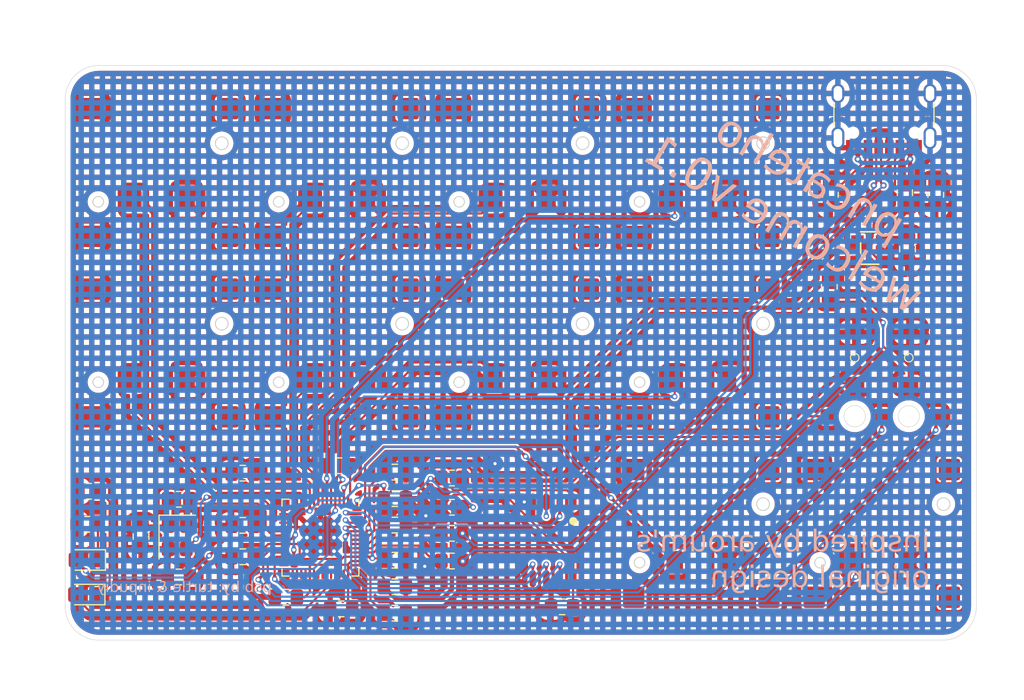
<source format=kicad_pcb>
(kicad_pcb (version 20241229) (generator "pcbnew") (generator_version "9.0")
  (layers (0 "F.Cu" signal) (2 "B.Cu" signal) (13 "F.Paste" user) (15 "B.Paste" user) (5 "F.SilkS" user "F.Silkscreen") (7 "B.SilkS" user "B.Silkscreen") (1 "F.Mask" user) (3 "B.Mask" user) (25 "Edge.Cuts" user))
  (net 0 "")
  (net 1 "R1C1")
  (net 2 "GND")
  (net 3 "R1C2")
  (net 4 "R1C3")
  (net 5 "R1C4")
  (net 6 "R2C1")
  (net 7 "R2C2")
  (net 8 "R3C4")
  (net 9 "R3C5")
  (net 10 "+5V")
  (net 13 "R2C3")
  (net 14 "R2C4")
  (net 15 "Net-(J1-CC2)")
  (net 16 "USB_D-")
  (net 17 "Net-(J1-CC1)")
  (net 18 "USB_D+")
  (net 20 "+3V3")
  (net 21 "QSPI_CS")
  (net 22 "QSPI_D3")
  (net 23 "QSPI_D1")
  (net 24 "QSPI_SCLK")
  (net 25 "QSPI_D2")
  (net 26 "QSPI_D0")
  (net 27 "Net-(F1-Pad1)")
  (net 28 "Net-(C5-Pad1)")
  (net 29 "XIN")
  (net 30 "+1V1")
  (net 31 "Net-(D1-K)")
  (net 32 "STATE_LED")
  (net 33 "Net-(D2-K)")
  (net 34 "XOUT")
  (net 35 "BOOT")
  (net 36 "Net-(U1-USB_DP)")
  (net 37 "Net-(U1-USB_DM)")
  (net 38 "~{RESET}")
  (net 53 "SWDIO")
  (net 58 "SWCLK")
  (footprint "PNCATEHO:C_0805_2012Metric_Pad1.18x1.45mm_HandSolder" (layer "F.Cu") (at 105.3 120.45 -90)
    (property "Reference" "C5")
    (property "Value" "20pF")
  )
  (footprint "PNCATEHO:TestPoint_Pad_D2.0mm" (layer "F.Cu") (at 179.96 109.15)
    (property "Reference" "TP2" (hide yes))
    (property "Value" "SWDIO")
  )
  (footprint "PNCATEHO:SW_PG1316" (layer "F.Cu") (at 107.08 86.253958)
    (property "Reference" "SW1")
    (property "Value" "~" (hide yes))
    (fp_circle (center -5.8 2.75) (end -5.3 2.75) (stroke (width 0.1)) (fill no) (layer "Edge.Cuts"))
    (fp_circle (center 5.8 -2.75) (end 6.4 -2.75) (stroke (width 0.1)) (fill no) (layer "Edge.Cuts"))
  )
  (footprint "PNCATEHO:C_0805_2012Metric_Pad1.18x1.45mm_HandSolder" (layer "F.Cu") (at 124.1 127.25 180)
    (property "Reference" "C9")
    (property "Value" "100 nF")
  )
  (footprint "PNCATEHO:R_0805_2012Metric_Pad1.20x1.40mm_HandSolder" (layer "F.Cu") (at 100.25 119.3)
    (property "Reference" "R9")
    (property "Value" "1k")
  )
  (footprint "PNCATEHO:SOT-23-5_L3.0-W1.7-P0.95-LS2.8-BL" (layer "F.Cu") (at 173.7465 93.35 90)
    (property "Reference" "U2")
    (property "Value" "RT9013-33GB" (hide yes))
  )
  (footprint "PNCATEHO:C_0805_2012Metric_Pad1.18x1.45mm_HandSolder" (layer "F.Cu") (at 177.3 93.45 -90)
    (property "Reference" "C1")
    (property "Value" "1uF")
  )
  (footprint "PNCATEHO:SW_SMD_L4_W3_H1.5" (layer "F.Cu") (at 177.42 103.65 -90)
    (property "Reference" "SW12")
    (property "Value" "~" (hide yes))
  )
  (footprint "PNCATEHO:LED_0805_2012Metric_Pad1.15x1.40mm_HandSolder" (layer "F.Cu") (at 100.05 125.9 180)
    (property "Reference" "D2")
    (property "Value" "BLUE")
  )
  (footprint "PNCATEHO:C_0805_2012Metric_Pad1.18x1.45mm_HandSolder" (layer "F.Cu") (at 129.1375 116.8875)
    (property "Reference" "C12")
    (property "Value" "100 nF")
  )
  (footprint "PNCATEHO:RP2040-QFN-56" (layer "F.Cu") (at 122.15 120.55 -90)
    (property "Reference" "U1")
    (property "Value" "RP2040")
  )
  (footprint "PNCATEHO:C_0805_2012Metric_Pad1.18x1.45mm_HandSolder" (layer "F.Cu") (at 129.1375 114.4)
    (property "Reference" "C14")
    (property "Value" "100 nF")
  )
  (footprint "PNCATEHO:C_0805_2012Metric_Pad1.18x1.45mm_HandSolder" (layer "F.Cu") (at 108.85 124.25 180)
    (property "Reference" "C4")
    (property "Value" "20pF")
  )
  (footprint "PNCATEHO:SW_PG1316" (layer "F.Cu") (at 157.93 86.253958)
    (property "Reference" "SW4")
    (property "Value" "~" (hide yes))
    (fp_circle (center -5.8 2.75) (end -5.3 2.75) (stroke (width 0.1)) (fill no) (layer "Edge.Cuts"))
    (fp_circle (center 5.8 -2.75) (end 6.4 -2.75) (stroke (width 0.1)) (fill no) (layer "Edge.Cuts"))
  )
  (footprint "PNCATEHO:Crystal_SMD_3225-4Pin_3.2x2.5mm" (layer "F.Cu") (at 108.7 120.5 -90)
    (property "Reference" "Y1")
    (property "Value" "12MHz")
  )
  (footprint "PNCATEHO:C_0805_2012Metric_Pad1.18x1.45mm_HandSolder" (layer "F.Cu") (at 114.85 122.35 180)
    (property "Reference" "C15")
    (property "Value" "100 nF")
  )
  (footprint "PNCATEHO:R_0805_2012Metric_Pad1.20x1.40mm_HandSolder" (layer "F.Cu") (at 169.95 97 90)
    (property "Reference" "R8")
    (property "Value" "10k")
  )
  (footprint "PNCATEHO:SW_PG1316" (layer "F.Cu") (at 157.93 120.153958)
    (property "Reference" "SW9")
    (property "Value" "~" (hide yes))
    (fp_circle (center -5.8 2.75) (end -5.3 2.75) (stroke (width 0.1)) (fill no) (layer "Edge.Cuts"))
    (fp_circle (center 5.8 -2.75) (end 6.4 -2.75) (stroke (width 0.1)) (fill no) (layer "Edge.Cuts"))
  )
  (footprint "PNCATEHO:C_0805_2012Metric_Pad1.18x1.45mm_HandSolder" (layer "F.Cu") (at 114.85 119.4 180)
    (property "Reference" "C6")
    (property "Value" "100 nF")
  )
  (footprint "PNCATEHO:SW_PG1316" (layer "F.Cu") (at 124.03 86.253958)
    (property "Reference" "SW2")
    (property "Value" "~" (hide yes))
    (fp_circle (center -5.8 2.75) (end -5.3 2.75) (stroke (width 0.1)) (fill no) (layer "Edge.Cuts"))
    (fp_circle (center 5.8 -2.75) (end 6.4 -2.75) (stroke (width 0.1)) (fill no) (layer "Edge.Cuts"))
  )
  (footprint "PNCATEHO:C_0805_2012Metric_Pad1.18x1.45mm_HandSolder" (layer "F.Cu") (at 129.1375 122.675)
    (property "Reference" "C16")
    (property "Value" "1uF")
  )
  (footprint "PNCATEHO:C_0805_2012Metric_Pad1.18x1.45mm_HandSolder" (layer "F.Cu") (at 123.9 113.8 180)
    (property "Reference" "C8")
    (property "Value" "100 nF")
  )
  (footprint "PNCATEHO:SW_PG1316" (layer "F.Cu") (at 107.08 103.203958)
    (property "Reference" "SW5")
    (property "Value" "~" (hide yes))
    (fp_circle (center -5.8 2.75) (end -5.3 2.75) (stroke (width 0.1)) (fill no) (layer "Edge.Cuts"))
    (fp_circle (center 5.8 -2.75) (end 6.4 -2.75) (stroke (width 0.1)) (fill no) (layer "Edge.Cuts"))
  )
  (footprint "PNCATEHO:C_0805_2012Metric_Pad1.18x1.45mm_HandSolder" (layer "F.Cu") (at 129.1375 125.1625)
    (property "Reference" "C13")
    (property "Value" "1uF")
  )
  (footprint "PNCATEHO:USB_C_Receptacle_TYPE-C-31-M-12" (layer "F.Cu") (at 175.085 79.87896 180)
    (property "Reference" "J1" (hide yes))
    (property "Value" "USB_C_Receptacle_USB2.0" (hide yes))
  )
  (footprint "PNCATEHO:SW_PG1316" (layer "F.Cu") (at 140.98 103.203958)
    (property "Reference" "SW7")
    (property "Value" "~" (hide yes))
    (fp_circle (center -5.8 2.75) (end -5.3 2.75) (stroke (width 0.1)) (fill no) (layer "Edge.Cuts"))
    (fp_circle (center 5.8 -2.75) (end 6.4 -2.75) (stroke (width 0.1)) (fill no) (layer "Edge.Cuts"))
  )
  (footprint "PNCATEHO:C_0805_2012Metric_Pad1.18x1.45mm_HandSolder" (layer "F.Cu") (at 144.85 127.05 180)
    (property "Reference" "C3")
    (property "Value" "100 nF")
  )
  (footprint "PNCATEHO:C_0805_2012Metric_Pad1.18x1.45mm_HandSolder" (layer "F.Cu") (at 114.85 114.5 180)
    (property "Reference" "C7")
    (property "Value" "100 nF")
  )
  (footprint "PNCATEHO:SW_PG1316" (layer "F.Cu") (at 157.93 103.203958)
    (property "Reference" "SW8")
    (property "Value" "~" (hide yes))
    (fp_circle (center -5.8 2.75) (end -5.3 2.75) (stroke (width 0.1)) (fill no) (layer "Edge.Cuts"))
    (fp_circle (center 5.8 -2.75) (end 6.4 -2.75) (stroke (width 0.1)) (fill no) (layer "Edge.Cuts"))
  )
  (footprint "PNCATEHO:SW_PG1316" (layer "F.Cu") (at 174.88 120.153958)
    (property "Reference" "SW10")
    (property "Value" "~" (hide yes))
    (fp_circle (center -5.8 2.75) (end -5.3 2.75) (stroke (width 0.1)) (fill no) (layer "Edge.Cuts"))
    (fp_circle (center 5.8 -2.75) (end 6.4 -2.75) (stroke (width 0.1)) (fill no) (layer "Edge.Cuts"))
  )
  (footprint "PNCATEHO:R_0805_2012Metric_Pad1.20x1.40mm_HandSolder" (layer "F.Cu") (at 100.4 116.2)
    (property "Reference" "R10")
    (property "Value" "1k")
  )
  (footprint "PNCATEHO:R_0805_2012Metric_Pad1.20x1.40mm_HandSolder" (layer "F.Cu") (at 179.95 88.35 -90)
    (property "Reference" "R1")
    (property "Value" "5.1k")
  )
  (footprint "PNCATEHO:R_0805_2012Metric_Pad1.20x1.40mm_HandSolder" (layer "F.Cu") (at 134.5 120.15 180)
    (property "Reference" "R6")
    (property "Value" "27")
  )
  (footprint "PNCATEHO:C_0805_2012Metric_Pad1.18x1.45mm_HandSolder" (layer "F.Cu") (at 129.1375 119.375)
    (property "Reference" "C11")
    (property "Value" "100 nF")
  )
  (footprint "PNCATEHO:C_0805_2012Metric_Pad1.18x1.45mm_HandSolder" (layer "F.Cu") (at 129.1375 127.65)
    (property "Reference" "C2")
    (property "Value" "1uF")
  )
  (footprint "PNCATEHO:C_0805_2012Metric_Pad1.18x1.45mm_HandSolder" (layer "F.Cu") (at 118.9 126.15 180)
    (property "Reference" "C10")
    (property "Value" "100 nF")
  )
  (footprint "PNCATEHO:SW_PG1316" (layer "F.Cu") (at 140.98 86.253958)
    (property "Reference" "SW3")
    (property "Value" "~" (hide yes))
    (fp_circle (center -5.8 2.75) (end -5.3 2.75) (stroke (width 0.1)) (fill no) (layer "Edge.Cuts"))
    (fp_circle (center 5.8 -2.75) (end 6.4 -2.75) (stroke (width 0.1)) (fill no) (layer "Edge.Cuts"))
  )
  (footprint "PNCATEHO:TestPoint_Pad_D2.0mm" (layer "F.Cu") (at 174.88 109.15)
    (property "Reference" "TP3" (hide yes))
    (property "Value" "SWCLK")
  )
  (footprint "PNCATEHO:R_0805_2012Metric_Pad1.20x1.40mm_HandSolder" (layer "F.Cu") (at 108.85 116.95)
    (property "Reference" "R3")
    (property "Value" "1k")
  )
  (footprint "PNCATEHO:LED_0805_2012Metric_Pad1.15x1.40mm_HandSolder" (layer "F.Cu") (at 100.1 122.65 180)
    (property "Reference" "D1")
    (property "Value" "RED")
  )
  (footprint "PNCATEHO:R_0805_2012Metric_Pad1.20x1.40mm_HandSolder" (layer "F.Cu") (at 134.5 122.75 180)
    (property "Reference" "R7")
    (property "Value" "27")
  )
  (footprint "PNCATEHO:SW_SMD_L4_W3_H1.5" (layer "F.Cu") (at 172.34 103.65 -90)
    (property "Reference" "SW11")
    (property "Value" "~" (hide yes))
  )
  (footprint "PNCATEHO:R_0805_2012Metric_Pad1.20x1.40mm_HandSolder" (layer "F.Cu") (at 170.05 88.35 -90)
    (property "Reference" "R2")
    (property "Value" "5.1k")
  )
  (footprint "PNCATEHO:Fuse_0805_2012Metric" (layer "F.Cu") (at 177.05 88.15 -90)
    (property "Reference" "F1" (hide yes))
    (property "Value" "0.5А 6V")
  )
  (footprint "PNCATEHO:R_0805_2012Metric_Pad1.20x1.40mm_HandSolder" (layer "F.Cu") (at 134.5 114.95)
    (property "Reference" "R4")
    (property "Value" "1k")
  )
  (footprint "PNCATEHO:R_0805_2012Metric_Pad1.20x1.40mm_HandSolder" (layer "F.Cu") (at 134.5 117.7 180)
    (property "Reference" "R5")
    (property "Value" "10k")
  )
  (footprint "PNCATEHO:SW_PG1316" (layer "F.Cu") (at 124.03 103.203958)
    (property "Reference" "SW6")
    (property "Value" "~" (hide yes))
    (fp_circle (center -5.8 2.75) (end -5.3 2.75) (stroke (width 0.1)) (fill no) (layer "Edge.Cuts"))
    (fp_circle (center 5.8 -2.75) (end 6.4 -2.75) (stroke (width 0.1)) (fill no) (layer "Edge.Cuts"))
  )
  (footprint "PNCATEHO:TestPoint_Pad_D2.0mm" (layer "F.Cu") (at 169.8 109.153958)
    (property "Reference" "TP1" (hide yes))
    (property "Value" "Boot")
  )
  (footprint "PNCATEHO:SOIC127P790X216-8N" (layer "F.Cu") (at 144 120.8 -90)
    (property "Reference" "U3")
    (property "Value" "W25Q32JVSSIQ" (hide yes))
  )
  (gr_line (start 183.77 79.379) (end 183.77 127.004) (stroke (width 0.05)) (layer "Edge.Cuts"))
  (gr_arc (start 101.347 130.179) (mid 99.101936 129.249064) (end 98.172 127.004) (stroke (width 0.05)) (layer "Edge.Cuts"))
  (gr_arc (start 98.172 79.379) (mid 99.101936 77.133936) (end 101.347 76.204) (stroke (width 0.05)) (layer "Edge.Cuts"))
  (gr_arc (start 180.595 76.204) (mid 182.840064 77.133936) (end 183.77 79.379) (stroke (width 0.05)) (layer "Edge.Cuts"))
  (gr_arc (start 183.77 127.004) (mid 182.840064 129.249064) (end 180.595 130.179) (stroke (width 0.05)) (layer "Edge.Cuts"))
  (gr_line (start 180.595 130.179) (end 101.347 130.179) (stroke (width 0.05)) (layer "Edge.Cuts"))
  (gr_line (start 98.172 127.004) (end 98.172 79.379) (stroke (width 0.05)) (layer "Edge.Cuts"))
  (gr_circle (center 177.42 109.15) (end 178.42 109.15) (stroke (width 0.05)) (fill no) (layer "Edge.Cuts"))
  (gr_circle (center 172.34 109.15) (end 173.34 109.15) (stroke (width 0.05)) (fill no) (layer "Edge.Cuts"))
  (gr_line (start 101.347 76.204) (end 180.595 76.204) (stroke (width 0.05)) (layer "Edge.Cuts"))
  (gr_text "pncateho\nwelcome v0.1" (at 164.68 92.753958 330) (layer "B.SilkS") (effects (font (size 3 3) (thickness 0.125)) (justify bottom mirror)))
  (gr_text "inspired by aroum's \noriginal design" (at 179.39 125.54 0) (layer "B.SilkS") (effects (font (size 2 2) (thickness 0.125)) (justify left bottom mirror)))
  (gr_text "pcb by: turtle & inpudiy" (at 117.58 125.82633 0) (layer "B.SilkS") (effects (font (size 1 1) (thickness 0.125)) (justify left bottom mirror)))
  (segment (start 120.75 116.25) (end 120.75 117.1125) (width 0.2) (layer "F.Cu") (net 1))
  (segment (start 120.449 115.949) (end 120.75 116.25) (width 0.2) (layer "F.Cu") (net 1))
  (segment (start 105.95 90.273958) (end 105.95 109.6) (width 0.2) (layer "F.Cu") (net 1))
  (segment (start 112.299 115.949) (end 120.449 115.949) (width 0.2) (layer "F.Cu") (net 1))
  (segment (start 105.95 109.6) (end 112.299 115.949) (width 0.2) (layer "F.Cu") (net 1))
  (segment (start 104.58 88.903958) (end 105.95 90.273958) (width 0.2) (layer "F.Cu") (net 1))
  (segment (start 130.4375 116.8875) (end 130.175 116.8875) (width 0.4) (layer "F.Cu") (net 2))
  (segment (start 120.6 119.55) (end 120.875 119.275) (width 0.2) (layer "F.Cu") (net 2))
  (segment (start 131.875 112.7) (end 130.175 114.4) (width 0.4) (layer "F.Cu") (net 2))
  (segment (start 174.9 93.35) (end 176.1625 93.35) (width 0.2) (layer "F.Cu") (net 2))
  (segment (start 176.1625 93.35) (end 177.3 94.4875) (width 0.2) (layer "F.Cu") (net 2))
  (segment (start 130.175 114.375) (end 130.175 114.4) (width 0.2) (layer "F.Cu") (net 2))
  (segment (start 131.375 122.675) (end 131.95 123.25) (width 0.4) (layer "F.Cu") (net 2))
  (segment (start 137.65 112.7) (end 131.875 112.7) (width 0.4) (layer "F.Cu") (net 2))
  (segment (start 132.05 118.5) (end 130.4375 116.8875) (width 0.4) (layer "F.Cu") (net 2))
  (segment (start 142.095 117.2) (end 141.3 117.2) (width 0.2) (layer "F.Cu") (net 2))
  (segment (start 118.7125 119.55) (end 120.6 119.55) (width 0.2) (layer "F.Cu") (net 2))
  (segment (start 142.0125 117.1175) (end 142.095 117.2) (width 0.2) (layer "F.Cu") (net 2))
  (segment (start 130.175 116.8875) (end 130.175 119.375) (width 0.4) (layer "F.Cu") (net 2))
  (segment (start 138.55 113.6) (end 137.65 112.7) (width 0.4) (layer "F.Cu") (net 2))
  (segment (start 130.175 114.325) (end 130.175 114.4) (width 0.2) (layer "F.Cu") (net 2))
  (segment (start 130.175 122.675) (end 131.375 122.675) (width 0.4) (layer "F.Cu") (net 2))
  (via micro (at 138.55 113.6) (size 0.5) (drill 0.3) (layers "F.Cu" "B.Cu") (net 2))
  (via micro (at 132.05 118.5) (size 0.5) (drill 0.3) (layers "F.Cu" "B.Cu") (net 2))
  (via micro (at 131.95 123.25) (size 0.5) (drill 0.3) (layers "F.Cu" "B.Cu") (net 2))
  (via micro (at 141.3 117.2) (size 0.5) (drill 0.3) (layers "F.Cu" "B.Cu") (net 2))
  (segment (start 140 118.5) (end 141.3 117.2) (width 0.4) (layer "B.Cu") (net 2))
  (segment (start 132.05 118.5) (end 140 118.5) (width 0.4) (layer "B.Cu") (net 2))
  (segment (start 121.53 88.903958) (end 119.331 91.102958) (width 0.2) (layer "F.Cu") (net 3))
  (segment (start 119.331 113.581) (end 121.55 115.8) (width 0.2) (layer "F.Cu") (net 3))
  (segment (start 119.331 91.102958) (end 119.331 113.581) (width 0.2) (layer "F.Cu") (net 3))
  (segment (start 121.55 115.8) (end 121.55 117.1125) (width 0.2) (layer "F.Cu") (net 3))
  (segment (start 120.35 110.2) (end 120.35 113.3829) (width 0.2) (layer "F.Cu") (net 4))
  (segment (start 122.35 115.3829) (end 122.35 117.1125) (width 0.2) (layer "F.Cu") (net 4))
  (segment (start 138.48 88.903958) (end 137.279 90.104958) (width 0.2) (layer "F.Cu") (net 4))
  (segment (start 137.279 90.104958) (end 128.745042 90.104958) (width 0.2) (layer "F.Cu") (net 4))
  (segment (start 128.745042 90.104958) (end 123.9 94.95) (width 0.2) (layer "F.Cu") (net 4))
  (segment (start 123.9 106.65) (end 120.35 110.2) (width 0.2) (layer "F.Cu") (net 4))
  (segment (start 123.9 94.95) (end 123.9 106.65) (width 0.2) (layer "F.Cu") (net 4))
  (segment (start 120.35 113.3829) (end 122.35 115.3829) (width 0.2) (layer "F.Cu") (net 4))
  (segment (start 155.43 90.47) (end 155.43 90.35) (width 0.2) (layer "F.Cu") (net 5))
  (segment (start 122.75 115.005325) (end 122.748523 115.003848) (width 0.2) (layer "F.Cu") (net 5))
  (segment (start 122.75 117.1125) (end 122.75 115.005325) (width 0.2) (layer "F.Cu") (net 5))
  (segment (start 155.43 90.35) (end 155.43 88.903958) (width 0.2) (layer "F.Cu") (net 5))
  (segment (start 155.4 90.5) (end 155.43 90.47) (width 0.2) (layer "F.Cu") (net 5))
  (via micro (at 122.748523 115.003848) (size 0.5) (drill 0.3) (layers "F.Cu" "B.Cu") (net 5))
  (via micro (at 155.43 90.35) (size 0.5) (drill 0.3) (layers "F.Cu" "B.Cu") (net 5))
  (segment (start 122.748523 109.233906) (end 141.632429 90.35) (width 0.2) (layer "B.Cu") (net 5))
  (segment (start 141.632429 90.35) (end 155.43 90.35) (width 0.2) (layer "B.Cu") (net 5))
  (segment (start 122.748523 115.003848) (end 122.748523 109.233906) (width 0.2) (layer "B.Cu") (net 5))
  (segment (start 120.25 116.35) (end 112.05 116.35) (width 0.2) (layer "F.Cu") (net 6))
  (segment (start 120.35 116.45) (end 120.25 116.35) (width 0.2) (layer "F.Cu") (net 6))
  (segment (start 112.05 116.35) (end 104.58 108.88) (width 0.2) (layer "F.Cu") (net 6))
  (segment (start 104.58 108.88) (end 104.58 105.853958) (width 0.2) (layer "F.Cu") (net 6))
  (segment (start 120.35 117.1125) (end 120.35 116.45) (width 0.2) (layer "F.Cu") (net 6))
  (segment (start 119.95 107.433958) (end 119.95 113.55) (width 0.2) (layer "F.Cu") (net 7))
  (segment (start 119.95 113.55) (end 121.95 115.55) (width 0.2) (layer "F.Cu") (net 7))
  (segment (start 121.95 115.55) (end 121.95 117.1125) (width 0.2) (layer "F.Cu") (net 7))
  (segment (start 121.53 105.853958) (end 119.95 107.433958) (width 0.2) (layer "F.Cu") (net 7))
  (segment (start 124.35 115.85) (end 124.35 117.1125) (width 0.2) (layer "F.Cu") (net 8))
  (segment (start 149.45 116.823958) (end 155.43 122.803958) (width 0.2) (layer "F.Cu") (net 8))
  (via micro (at 149.45 116.823958) (size 0.5) (drill 0.3) (layers "F.Cu" "B.Cu") (net 8))
  (via micro (at 124.35 115.85) (size 0.5) (drill 0.3) (layers "F.Cu" "B.Cu") (net 8))
  (segment (start 128.15 112.05) (end 124.35 115.85) (width 0.2) (layer "B.Cu") (net 8))
  (segment (start 149.45 116.823958) (end 144.676042 112.05) (width 0.2) (layer "B.Cu") (net 8))
  (segment (start 144.676042 112.05) (end 128.15 112.05) (width 0.2) (layer "B.Cu") (net 8))
  (segment (start 123.55 118.006954) (end 123.55 117.1125) (width 0.2) (layer "F.Cu") (net 9))
  (segment (start 172.4 124.4) (end 172.43 124.37) (width 0.2) (layer "F.Cu") (net 9))
  (segment (start 172.43 124.25) (end 172.43 122.803958) (width 0.2) (layer "F.Cu") (net 9))
  (segment (start 172.43 124.37) (end 172.43 124.25) (width 0.2) (layer "F.Cu") (net 9))
  (via micro (at 172.43 124.25) (size 0.5) (drill 0.3) (layers "F.Cu" "B.Cu") (net 9))
  (via micro (at 123.560362 118.016201) (size 0.5) (drill 0.3) (layers "F.Cu" "B.Cu") (net 9))
  (segment (start 116.45 123.5) (end 115.749 124.201) (width 0.2) (layer "B.Cu") (net 9))
  (segment (start 115.749 125.50605) (end 117.14695 126.904) (width 0.2) (layer "B.Cu") (net 9))
  (segment (start 122.8 122.2) (end 121.5 123.5) (width 0.2) (layer "B.Cu") (net 9))
  (segment (start 122.8 118.776563) (end 122.8 122.2) (width 0.2) (layer "B.Cu") (net 9))
  (segment (start 123.028232 118.551) (end 123.025563 118.551) (width 0.2) (layer "B.Cu") (net 9))
  (segment (start 169.776 126.904) (end 172.43 124.25) (width 0.2) (layer "B.Cu") (net 9))
  (segment (start 123.351 118.228232) (end 123.028232 118.551) (width 0.2) (layer "B.Cu") (net 9))
  (segment (start 117.14695 126.904) (end 169.776 126.904) (width 0.2) (layer "B.Cu") (net 9))
  (segment (start 121.5 123.5) (end 116.45 123.5) (width 0.2) (layer "B.Cu") (net 9))
  (segment (start 115.749 124.201) (end 115.749 125.50605) (width 0.2) (layer "B.Cu") (net 9))
  (segment (start 123.560362 118.016201) (end 123.351 118.225563) (width 0.2) (layer "B.Cu") (net 9))
  (segment (start 123.025563 118.551) (end 122.8 118.776563) (width 0.2) (layer "B.Cu") (net 9))
  (segment (start 123.351 118.225563) (end 123.351 118.228232) (width 0.2) (layer "B.Cu") (net 9))
  (segment (start 177.2875 92.4) (end 177.3 92.4125) (width 0.2) (layer "F.Cu") (net 10))
  (segment (start 173.9 93.7755) (end 173.9 93) (width 0.2) (layer "F.Cu") (net 10))
  (segment (start 174.9 91.2375) (end 174.9 92.4) (width 0.4) (layer "F.Cu") (net 10))
  (segment (start 174.4245 94.3) (end 173.9 93.7755) (width 0.2) (layer "F.Cu") (net 10))
  (segment (start 177.05 89.0875) (end 174.9 91.2375) (width 0.4) (layer "F.Cu") (net 10))
  (segment (start 174.5 92.4) (end 174.9 92.4) (width 0.2) (layer "F.Cu") (net 10))
  (segment (start 173.9 93) (end 174.5 92.4) (width 0.2) (layer "F.Cu") (net 10))
  (segment (start 174.9 94.3) (end 174.4245 94.3) (width 0.2) (layer "F.Cu") (net 10))
  (segment (start 174.9 92.4) (end 177.2875 92.4) (width 0.4) (layer "F.Cu") (net 10))
  (segment (start 123.699 114.871768) (end 124 114.570768) (width 0.2) (layer "F.Cu") (net 13))
  (segment (start 123.15 115.625) (end 123.699 115.076) (width 0.2) (layer "F.Cu") (net 13))
  (segment (start 130.9 104.5) (end 137.126042 104.5) (width 0.2) (layer "F.Cu") (net 13))
  (segment (start 124 114.570768) (end 124 111.4) (width 0.2) (layer "F.Cu") (net 13))
  (segment (start 124 111.4) (end 130.9 104.5) (width 0.2) (layer "F.Cu") (net 13))
  (segment (start 123.699 115.076) (end 123.699 114.871768) (width 0.2) (layer "F.Cu") (net 13))
  (segment (start 137.126042 104.5) (end 138.48 105.853958) (width 0.2) (layer "F.Cu") (net 13))
  (segment (start 123.15 117.1125) (end 123.15 115.625) (width 0.2) (layer "F.Cu") (net 13))
  (segment (start 155.43 107.3) (end 155.43 105.853958) (width 0.2) (layer "F.Cu") (net 14))
  (segment (start 123.8 115.55) (end 123.8 116.3) (width 0.2) (layer "F.Cu") (net 14))
  (segment (start 123.95002 117.11248) (end 123.95 117.1125) (width 0.2) (layer "F.Cu") (net 14))
  (segment (start 123.8 116.3) (end 123.95 116.45) (width 0.2) (layer "F.Cu") (net 14))
  (segment (start 155.43 107.42) (end 155.43 107.3) (width 0.2) (layer "F.Cu") (net 14))
  (segment (start 124.25 115.1) (end 123.8 115.55) (width 0.2) (layer "F.Cu") (net 14))
  (segment (start 123.95 116.45) (end 123.95 117.1125) (width 0.2) (layer "F.Cu") (net 14))
  (segment (start 155.4 107.45) (end 155.43 107.42) (width 0.2) (layer "F.Cu") (net 14))
  (via micro (at 155.43 107.3) (size 0.5) (drill 0.3) (layers "F.Cu" "B.Cu") (net 14))
  (via micro (at 124.25 115.1) (size 0.5) (drill 0.3) (layers "F.Cu" "B.Cu") (net 14))
  (segment (start 123.8 109.75) (end 126.25 107.3) (width 0.2) (layer "B.Cu") (net 14))
  (segment (start 123.8 114.65) (end 123.8 109.75) (width 0.2) (layer "B.Cu") (net 14))
  (segment (start 126.25 107.3) (end 155.43 107.3) (width 0.2) (layer "B.Cu") (net 14))
  (segment (start 124.25 115.1) (end 123.8 114.65) (width 0.2) (layer "B.Cu") (net 14))
  (segment (start 173.335 83.92396) (end 173.335 85.144943) (width 0.2) (layer "F.Cu") (net 15))
  (segment (start 171.129943 87.35) (end 170.05 87.35) (width 0.2) (layer "F.Cu") (net 15))
  (segment (start 173.335 85.144943) (end 171.129943 87.35) (width 0.2) (layer "F.Cu") (net 15))
  (segment (start 175.835 84.7379) (end 174.8629 85.71) (width 0.2) (layer "F.Cu") (net 16))
  (segment (start 135.52 122.77) (end 135.5 122.75) (width 0.2) (layer "F.Cu") (net 16))
  (segment (start 174.810001 83.948959) (end 174.810001 85.71) (width 0.2) (layer "F.Cu") (net 16))
  (segment (start 174.8629 85.71) (end 174.810001 85.71) (width 0.2) (layer "F.Cu") (net 16))
  (segment (start 174.810001 87.240001) (end 175.04 87.47) (width 0.2) (layer "F.Cu") (net 16))
  (segment (start 174.810001 85.71) (end 174.810001 87.240001) (width 0.2) (layer "F.Cu") (net 16))
  (segment (start 175.835 83.92396) (end 175.835 84.7379) (width 0.2) (layer "F.Cu") (net 16))
  (segment (start 174.835 83.92396) (end 174.810001 83.948959) (width 0.2) (layer "F.Cu") (net 16))
  (segment (start 174.835 83.92396) (end 174.85 83.93896) (width 0.2) (layer "F.Cu") (net 16))
  (via micro (at 135.52 122.77) (size 0.6) (drill 0.3) (layers "F.Cu" "B.Cu") (net 16))
  (via micro (at 175.04 87.47) (size 0.6) (drill 0.3) (layers "F.Cu" "B.Cu") (net 16))
  (segment (start 162.529 105.160558) (end 145.994557 121.695001) (width 0.2) (layer "B.Cu") (net 16))
  (segment (start 175.04 87.47) (end 163.257042 99.252958) (width 0.2) (layer "B.Cu") (net 16))
  (segment (start 136.594999 121.695001) (end 135.52 122.77) (width 0.2) (layer "B.Cu") (net 16))
  (segment (start 145.994557 121.695001) (end 136.594999 121.695001) (width 0.2) (layer "B.Cu") (net 16))
  (segment (start 162.529 99.956487) (end 162.529 105.160558) (width 0.2) (layer "B.Cu") (net 16))
  (segment (start 163.257042 99.252958) (end 163.232529 99.252958) (width 0.2) (layer "B.Cu") (net 16))
  (segment (start 163.232529 99.252958) (end 162.529 99.956487) (width 0.2) (layer "B.Cu") (net 16))
  (segment (start 176.390348 87.931) (end 176.119 87.659652) (width 0.2) (layer "F.Cu") (net 17))
  (segment (start 179.95 87.35) (end 179.369 87.931) (width 0.2) (layer "F.Cu") (net 17))
  (segment (start 176.119 87.659652) (end 176.119 85.021) (width 0.2) (layer "F.Cu") (net 17))
  (segment (start 179.369 87.931) (end 176.390348 87.931) (width 0.2) (layer "F.Cu") (net 17))
  (segment (start 176.335 84.805) (end 176.335 83.92396) (width 0.2) (layer "F.Cu") (net 17))
  (segment (start 176.119 85.021) (end 176.335 84.805) (width 0.2) (layer "F.Cu") (net 17))
  (segment (start 175.335 83.92396) (end 175.335 82.94696) (width 0.2) (layer "F.Cu") (net 18))
  (segment (start 174.384 82.89796) (end 174.335 82.94696) (width 0.2) (layer "F.Cu") (net 18))
  (segment (start 175.335 82.94696) (end 175.286 82.89796) (width 0.2) (layer "F.Cu") (net 18))
  (segment (start 174.359999 87.240001) (end 174.13 87.47) (width 0.2) (layer "F.Cu") (net 18))
  (segment (start 174.359999 83.948959) (end 174.359999 87.240001) (width 0.2) (layer "F.Cu") (net 18))
  (segment (start 175.286 82.89796) (end 174.384 82.89796) (width 0.2) (layer "F.Cu") (net 18))
  (segment (start 174.335 83.92396) (end 174.359999 83.948959) (width 0.2) (layer "F.Cu") (net 18))
  (segment (start 174.335 82.94696) (end 174.335 83.92396) (width 0.2) (layer "F.Cu") (net 18))
  (via micro (at 135.5 120.15) (size 0.6) (drill 0.3) (layers "F.Cu" "B.Cu") (net 18))
  (via micro (at 174.13 87.47) (size 0.6) (drill 0.3) (layers "F.Cu" "B.Cu") (net 18))
  (segment (start 136.594999 121.244999) (end 135.5 120.15) (width 0.2) (layer "B.Cu") (net 18))
  (segment (start 162.07902 99.794583) (end 162.07902 104.97417) (width 0.2) (layer "B.Cu") (net 18))
  (segment (start 145.808191 121.244999) (end 136.594999 121.244999) (width 0.2) (layer "B.Cu") (net 18))
  (segment (start 174.13 87.47) (end 174.13 87.743603) (width 0.2) (layer "B.Cu") (net 18))
  (segment (start 162.07902 104.97417) (end 145.808191 121.244999) (width 0.2) (layer "B.Cu") (net 18))
  (segment (start 174.13 87.743603) (end 162.07902 99.794583) (width 0.2) (layer "B.Cu") (net 18))
  (segment (start 121.15 116.05) (end 120.6 115.5) (width 0.2) (layer "F.Cu") (net 20))
  (segment (start 138.098 115.198) (end 136.3 113.4) (width 0.4) (layer "F.Cu") (net 20))
  (segment (start 125.05 122.75) (end 124.75 123.05) (width 0.2) (layer "F.Cu") (net 20))
  (segment (start 124.75 123.9875) (end 124.75 126.8625) (width 0.2) (layer "F.Cu") (net 20))
  (segment (start 125.5875 123.15) (end 125.1 123.15) (width 0.2) (layer "F.Cu") (net 20))
  (segment (start 119.35 120.75) (end 118.7125 120.75) (width 0.2) (layer "F.Cu") (net 20))
  (segment (start 124.75 126.8625) (end 125.1375 127.25) (width 0.2) (layer "F.Cu") (net 20))
  (segment (start 119.9375 126.15) (end 120.6625 126.15) (width 0.2) (layer "F.Cu") (net 20))
  (segment (start 119.65 122.373133) (end 120.377867 123.101) (width 0.2) (layer "F.Cu") (net 20))
  (segment (start 116.8875 115.5) (end 115.8875 114.5) (width 0.2) (layer "F.Cu") (net 20))
  (segment (start 111.7 122.25) (end 113.2 120.75) (width 0.2) (layer "F.Cu") (net 20))
  (segment (start 126.35 120.75) (end 125.5875 120.75) (width 0.2) (layer "F.Cu") (net 20))
  (segment (start 124.699 123.101) (end 125.05 122.75) (width 0.2) (layer "F.Cu") (net 20))
  (segment (start 124.75 123.05) (end 124.75 123.9875) (width 0.2) (layer "F.Cu") (net 20))
  (segment (start 133.5 117.7) (end 134.7 116.5) (width 0.2) (layer "F.Cu") (net 20))
  (segment (start 139.45 116.5) (end 145.905 122.955) (width 0.2) (layer "F.Cu") (net 20))
  (segment (start 128.1 116.8875) (end 128.1 115.65) (width 0.2) (layer "F.Cu") (net 20))
  (segment (start 145.35 114.2) (end 144.352 115.198) (width 0.4) (layer "F.Cu") (net 20))
  (segment (start 129.2875 115.7) (end 131.5 115.7) (width 0.2) (layer "F.Cu") (net 20))
  (segment (start 128.1 124.35) (end 126.5 122.75) (width 0.2) (layer "F.Cu") (net 20))
  (segment (start 128.1 127.2125) (end 128.2125 127.325) (width 0.2) (layer "F.Cu") (net 20))
  (segment (start 124.699 123.101) (end 124.75 123.05) (width 0.2) (layer "F.Cu") (net 20))
  (segment (start 131.5 115.7) (end 133.5 117.7) (width 0.2) (layer "F.Cu") (net 20))
  (segment (start 120.377867 123.101) (end 121.15 123.101) (width 0.2) (layer "F.Cu") (net 20))
  (segment (start 120.6 115.5) (end 116.8875 115.5) (width 0.2) (layer "F.Cu") (net 20))
  (segment (start 133.5 117.7) (end 133.2 118) (width 0.2) (layer "F.Cu") (net 20))
  (segment (start 125.5875 120.75) (end 125.05 120.75) (width 0.2) (layer "F.Cu") (net 20))
  (segment (start 125.05 120.75) (end 125.05 121.15) (width 0.2) (layer "F.Cu") (net 20))
  (segment (start 126.05 123.15) (end 126.85 123.95) (width 0.2) (layer "F.Cu") (net 20))
  (segment (start 134.5 125.4) (end 134.5 118.7) (width 0.4) (layer "F.Cu") (net 20))
  (segment (start 153.8 98.95) (end 145.35 107.4) (width 0.4) (layer "F.Cu") (net 20))
  (segment (start 126.5 122.75) (end 125.5875 122.75) (width 0.2) (layer "F.Cu") (net 20))
  (segment (start 119.65 121.7) (end 119.65 122.373133) (width 0.2) (layer "F.Cu") (net 20))
  (segment (start 121.15 123.9875) (end 121.15 123.101) (width 0.2) (layer "F.Cu") (net 20))
  (segment (start 121.15 125.6625) (end 121.15 123.9875) (width 0.2) (layer "F.Cu") (net 20))
  (segment (start 129.3375 126.4) (end 133.5 126.4) (width 0.4) (layer "F.Cu") (net 20))
  (segment (start 134.7 116.5) (end 139.45 116.5) (width 0.2) (layer "F.Cu") (net 20))
  (segment (start 127.2 117.7875) (end 127.2 119.9) (width 0.2) (layer "F.Cu") (net 20))
  (segment (start 133.5 126.4) (end 134.5 125.4) (width 0.4) (layer "F.Cu") (net 20))
  (segment (start 125.1 123.15) (end 124.75 123.5) (width 0.2) (layer "F.Cu") (net 20))
  (segment (start 145.8875 124.4175) (end 145.905 124.4) (width 0.2) (layer "F.Cu") (net 20))
  (segment (start 136.3 113.4) (end 132.7 113.4) (width 0.4) (layer "F.Cu") (net 20))
  (segment (start 124.75 113.9875) (end 124.9375 113.8) (width 0.2) (layer "F.Cu") (net 20))
  (segment (start 117.2375 120.75) (end 118.7125 120.75) (width 0.2) (layer "F.Cu") (net 20))
  (segment (start 128.1 116.8875) (end 129.2875 115.7) (width 0.2) (layer "F.Cu") (net 20))
  (segment (start 169.95 95.1) (end 170.75 94.3) (width 0.4) (layer "F.Cu") (net 20))
  (segment (start 121.15 117.1125) (end 121.15 118.05) (width 0.2) (layer "F.Cu") (net 20))
  (segment (start 113.2 120.75) (end 118.7125 120.75) (width 0.2) (layer "F.Cu") (net 20))
  (segment (start 115.8875 119.4) (end 117.2375 120.75) (width 0.2) (layer "F.Cu") (net 20))
  (segment (start 120.6625 126.15) (end 121.15 125.6625) (width 0.2) (layer "F.Cu") (net 20))
  (segment (start 128.1 116.8875) (end 127.2 117.7875) (width 0.2) (layer "F.Cu") (net 20))
  (segment (start 144.352 115.198) (end 138.098 115.198) (width 0.4) (layer "F.Cu") (net 20))
  (segment (start 126.85 123.95) (end 126.85 126.4) (width 0.2) (layer "F.Cu") (net 20))
  (segment (start 145.905 122.955) (end 145.905 124.4) (width 0.2) (layer "F.Cu") (net 20))
  (segment (start 125.5875 122.75) (end 125.05 122.75) (width 0.2) (layer "F.Cu") (net 20))
  (segment (start 169.95 96) (end 167 98.95) (width 0.4) (layer "F.Cu") (net 20))
  (segment (start 127.2 119.9) (end 126.35 120.75) (width 0.2) (layer "F.Cu") (net 20))
  (segment (start 119.8 120.3) (end 119.35 120.75) (width 0.2) (layer "F.Cu") (net 20))
  (segment (start 132.7 113.4) (end 131.7 114.4) (width 0.4) (layer "F.Cu") (net 20))
  (segment (start 125.75 115.65) (end 124.75 116.65) (width 0.2) (layer "F.Cu") (net 20))
  (segment (start 170.75 94.3) (end 172.593 94.3) (width 0.4) (layer "F.Cu") (net 20))
  (segment (start 124.9375 113.8) (end 124.9375 116.4625) (width 0.2) (layer "F.Cu") (net 20))
  (segment (start 131.7 114.4) (end 131.7 115.9) (width 0.4) (layer "F.Cu") (net 20))
  (segment (start 125.5875 123.15) (end 126.05 123.15) (width 0.2) (layer "F.Cu") (net 20))
  (segment (start 128.1 125.1625) (end 129.3375 126.4) (width 0.4) (layer "F.Cu") (net 20))
  (segment (start 167 98.95) (end 153.8 98.95) (width 0.4) (layer "F.Cu") (net 20))
  (segment (start 145.8875 127.05) (end 145.8875 124.4175) (width 0.2) (layer "F.Cu") (net 20))
  (segment (start 121.15 123.101) (end 124.699 123.101) (width 0.2) (layer "F.Cu") (net 20))
  (segment (start 134.5 118.7) (end 133.5 117.7) (width 0.4) (layer "F.Cu") (net 20))
  (segment (start 121.15 117.1125) (end 121.15 116.05) (width 0.2) (layer "F.Cu") (net 20))
  (segment (start 128.1 119.7) (end 126.65 121.15) (width 0.2) (layer "F.Cu") (net 20))
  (segment (start 145.35 107.4) (end 145.35 114.2) (width 0.4) (layer "F.Cu") (net 20))
  (segment (start 100.1 123.675) (end 99.075 122.65) (width 0.2) (layer "F.Cu") (net 20))
  (segment (start 125.05 121.15) (end 125.5875 121.15) (width 0.2) (layer "F.Cu") (net 20))
  (segment (start 124.75 116.65) (end 124.75 117.1125) (width 0.2) (layer "F.Cu") (net 20))
  (segment (start 131.7 115.9) (end 133.5 117.7) (width 0.4) (layer "F.Cu") (net 20))
  (segment (start 128.1 119.375) (end 128.1 119.7) (width 0.2) (layer "F.Cu") (net 20))
  (segment (start 124.9375 116.4625) (end 124.75 116.65) (width 0.2) (layer "F.Cu") (net 20))
  (segment (start 128.1 125.1625) (end 128.1 124.35) (width 0.2) (layer "F.Cu") (net 20))
  (segment (start 169.95 96) (end 169.95 95.1) (width 0.4) (layer "F.Cu") (net 20))
  (segment (start 124.75 123.5) (end 124.75 123.9875) (width 0.2) (layer "F.Cu") (net 20))
  (segment (start 126.85 126.4) (end 128.1 127.65) (width 0.2) (layer "F.Cu") (net 20))
  (segment (start 126.65 121.15) (end 125.5875 121.15) (width 0.2) (layer "F.Cu") (net 20))
  (via micro (at 121.15 118.05) (size 0.5) (drill 0.3) (layers "F.Cu" "B.Cu") (net 20))
  (via micro (at 128.1 115.65) (size 0.5) (drill 0.3) (layers "F.Cu" "B.Cu") (net 20))
  (via micro (at 100.1 123.675) (size 0.5) (drill 0.3) (layers "F.Cu" "B.Cu") (net 20))
  (via micro (at 119.65 121.7) (size 0.5) (drill 0.3) (layers "F.Cu" "B.Cu") (net 20))
  (via micro (at 119.8 120.3) (size 0.5) (drill 0.3) (layers "F.Cu" "B.Cu") (net 20))
  (via micro (at 125.75 115.65) (size 0.5) (drill 0.3) (layers "F.Cu" "B.Cu") (net 20))
  (via micro (at 111.7 122.25) (size 0.5) (drill 0.3) (layers "F.Cu" "B.Cu") (net 20))
  (segment (start 109.65 124.3) (end 100.725 124.3) (width 0.2) (layer "B.Cu") (net 20))
  (segment (start 119.65 120.45) (end 119.8 120.3) (width 0.2) (layer "B.Cu") (net 20))
  (segment (start 122.15 117.05) (end 124.35 117.05) (width 0.2) (layer "B.Cu") (net 20))
  (segment (start 124.35 117.05) (end 125.75 115.65) (width 0.2) (layer "B.Cu") (net 20))
  (segment (start 119.8 118.7) (end 120.45 118.05) (width 0.2) (layer "B.Cu") (net 20))
  (segment (start 120.45 118.05) (end 121.15 118.05) (width 0.2) (layer "B.Cu") (net 20))
  (segment (start 111.7 122.25) (end 109.65 124.3) (width 0.2) (layer "B.Cu") (net 20))
  (segment (start 121.15 118.05) (end 122.15 117.05) (width 0.2) (layer "B.Cu") (net 20))
  (segment (start 119.65 121.7) (end 119.65 120.45) (width 0.2) (layer "B.Cu") (net 20))
  (segment (start 128.1 115.65) (end 125.75 115.65) (width 0.2) (layer "B.Cu") (net 20))
  (segment (start 119.8 120.3) (end 119.8 118.7) (width 0.2) (layer "B.Cu") (net 20))
  (segment (start 100.725 124.3) (end 100.1 123.675) (width 0.2) (layer "B.Cu") (net 20))
  (segment (start 134.65 116.1) (end 133.5 114.95) (width 0.2) (layer "F.Cu") (net 21))
  (segment (start 132.5 115) (end 133.45 115) (width 0.2) (layer "F.Cu") (net 21))
  (segment (start 135.5 117.7) (end 136.5 117.7) (width 0.2) (layer "F.Cu") (net 21))
  (segment (start 133.45 115) (end 133.5 114.95) (width 0.2) (layer "F.Cu") (net 21))
  (segment (start 145.905 116.7) (end 145.305 116.1) (width 0.2) (layer "F.Cu") (net 21))
  (segment (start 125.5875 117.0625) (end 125.5875 117.95) (width 0.2) (layer "F.Cu") (net 21))
  (segment (start 145.905 117.2) (end 145.905 116.7) (width 0.2) (layer "F.Cu") (net 21))
  (segment (start 145.305 116.1) (end 134.65 116.1) (width 0.2) (layer "F.Cu") (net 21))
  (via micro (at 132.5 115) (size 0.5) (drill 0.3) (layers "F.Cu" "B.Cu") (net 21))
  (via micro (at 125.5875 117.0625) (size 0.5) (drill 0.3) (layers "F.Cu" "B.Cu") (net 21))
  (via micro (at 136.5 117.7) (size 0.5) (drill 0.3) (layers "F.Cu" "B.Cu") (net 21))
  (segment (start 135.05 116.25) (end 136.5 117.7) (width 0.2) (layer "B.Cu") (net 21))
  (segment (start 131.1 116.4) (end 132.5 115) (width 0.2) (layer "B.Cu") (net 21))
  (segment (start 132.5 115) (end 133.75 116.25) (width 0.2) (layer "B.Cu") (net 21))
  (segment (start 126.25 116.4) (end 131.1 116.4) (width 0.2) (layer "B.Cu") (net 21))
  (segment (start 125.5875 117.0625) (end 126.25 116.4) (width 0.2) (layer "B.Cu") (net 21))
  (segment (start 133.75 116.25) (end 135.05 116.25) (width 0.2) (layer "B.Cu") (net 21))
  (segment (start 144.635 123.05) (end 144.635 124.4) (width 0.2) (layer "F.Cu") (net 22))
  (segment (start 124.5 120.442434) (end 124.992434 119.95) (width 0.2) (layer "F.Cu") (net 22))
  (segment (start 124.992434 119.95) (end 125.5875 119.95) (width 0.2) (layer "F.Cu") (net 22))
  (via micro (at 144.635 123.05) (size 0.5) (drill 0.3) (layers "F.Cu" "B.Cu") (net 22))
  (via micro (at 124.486798 120.442434) (size 0.5) (drill 0.3) (layers "F.Cu" "B.Cu") (net 22))
  (segment (start 124.486798 120.442434) (end 124.486798 123.536798) (width 0.2) (layer "B.Cu") (net 22))
  (segment (start 126.25 125.3) (end 142.385 125.3) (width 0.2) (layer "B.Cu") (net 22))
  (segment (start 142.385 125.3) (end 144.635 123.05) (width 0.2) (layer "B.Cu") (net 22))
  (segment (start 124.486798 123.536798) (end 126.25 125.3) (width 0.2) (layer "B.Cu") (net 22))
  (segment (start 124.549997 118.15) (end 124.549997 118.249994) (width 0.2) (layer "F.Cu") (net 23))
  (segment (start 144.635 118.55) (end 144.635 117.2) (width 0.2) (layer "F.Cu") (net 23))
  (segment (start 124.549997 118.249994) (end 124.650003 118.35) (width 0.2) (layer "F.Cu") (net 23))
  (segment (start 124.650003 118.35) (end 125.5875 118.35) (width 0.2) (layer "F.Cu") (net 23))
  (segment (start 124.5 118.199997) (end 124.549997 118.15) (width 0.2) (layer "F.Cu") (net 23))
  (via micro (at 144.635 118.55) (size 0.5) (drill 0.3) (layers "F.Cu" "B.Cu") (net 23))
  (via micro (at 124.5 118.199997) (size 0.5) (drill 0.3) (layers "F.Cu" "B.Cu") (net 23))
  (segment (start 143.785 119.4) (end 127.4 119.4) (width 0.2) (layer "B.Cu") (net 23))
  (segment (start 144.635 118.55) (end 143.785 119.4) (width 0.2) (layer "B.Cu") (net 23))
  (segment (start 127.4 119.4) (end 126.199997 118.199997) (width 0.2) (layer "B.Cu") (net 23))
  (segment (start 126.199997 118.199997) (end 124.5 118.199997) (width 0.2) (layer "B.Cu") (net 23))
  (segment (start 124.486091 119.663909) (end 124.6 119.55) (width 0.2) (layer "F.Cu") (net 24))
  (segment (start 143.365 123.05) (end 143.365 124.4) (width 0.2) (layer "F.Cu") (net 24))
  (segment (start 124.6 119.55) (end 125.5875 119.55) (width 0.2) (layer "F.Cu") (net 24))
  (via micro (at 124.486091 119.663909) (size 0.5) (drill 0.3) (layers "F.Cu" "B.Cu") (net 24))
  (via micro (at 143.365 123.05) (size 0.5) (drill 0.3) (layers "F.Cu" "B.Cu") (net 24))
  (segment (start 124.713616 119.891434) (end 124.71503 119.891434) (width 0.2) (layer "B.Cu") (net 24))
  (segment (start 141.516 124.899) (end 143.365 123.05) (width 0.2) (layer "B.Cu") (net 24))
  (segment (start 126.4161 124.899) (end 141.516 124.899) (width 0.2) (layer "B.Cu") (net 24))
  (segment (start 124.486091 119.663909) (end 124.713616 119.891434) (width 0.2) (layer "B.Cu") (net 24))
  (segment (start 124.71503 119.891434) (end 125.037798 120.214202) (width 0.2) (layer "B.Cu") (net 24))
  (segment (start 125.037798 120.214202) (end 125.037798 123.520698) (width 0.2) (layer "B.Cu") (net 24))
  (segment (start 125.037798 123.520698) (end 126.4161 124.899) (width 0.2) (layer "B.Cu") (net 24))
  (segment (start 143.365 118.55) (end 143.365 117.2) (width 0.2) (layer "F.Cu") (net 25))
  (segment (start 141.425 112.925) (end 140.5 112) (width 0.2) (layer "F.Cu") (net 25))
  (segment (start 126.3 118.75) (end 125.5875 118.75) (width 0.2) (layer "F.Cu") (net 25))
  (segment (start 140.5 112) (end 128.1 112) (width 0.2) (layer "F.Cu") (net 25))
  (segment (start 128.1 112) (end 126.349 113.751) (width 0.2) (layer "F.Cu") (net 25))
  (segment (start 126.349 118.701) (end 126.3 118.75) (width 0.2) (layer "F.Cu") (net 25))
  (segment (start 126.349 113.751) (end 126.349 118.701) (width 0.2) (layer "F.Cu") (net 25))
  (via micro (at 141.425 112.925) (size 0.5) (drill 0.3) (layers "F.Cu" "B.Cu") (net 25))
  (via micro (at 143.365 118.55) (size 0.5) (drill 0.3) (layers "F.Cu" "B.Cu") (net 25))
  (segment (start 143.365 114.865) (end 143.365 118.55) (width 0.2) (layer "B.Cu") (net 25))
  (segment (start 141.425 112.925) (end 143.365 114.865) (width 0.2) (layer "B.Cu") (net 25))
  (segment (start 142.2 123) (end 142.15 123.05) (width 0.2) (layer "F.Cu") (net 26))
  (segment (start 142.15 123.05) (end 142.095 123.05) (width 0.2) (layer "F.Cu") (net 26))
  (segment (start 124.75 119.15) (end 125.5875 119.15) (width 0.2) (layer "F.Cu") (net 26))
  (segment (start 142.095 123.05) (end 142.095 124.4) (width 0.2) (layer "F.Cu") (net 26))
  (segment (start 124.5 118.9) (end 124.75 119.15) (width 0.2) (layer "F.Cu") (net 26))
  (via micro (at 142.095 123.05) (size 0.5) (drill 0.3) (layers "F.Cu" "B.Cu") (net 26))
  (via micro (at 124.5 118.9) (size 0.5) (drill 0.3) (layers "F.Cu" "B.Cu") (net 26))
  (segment (start 124.714323 119.112909) (end 125.438798 119.837384) (width 0.2) (layer "B.Cu") (net 26))
  (segment (start 125.438798 119.837384) (end 125.438798 123.354598) (width 0.2) (layer "B.Cu") (net 26))
  (segment (start 140.647 124.498) (end 142.095 123.05) (width 0.2) (layer "B.Cu") (net 26))
  (segment (start 126.5822 124.498) (end 140.647 124.498) (width 0.2) (layer "B.Cu") (net 26))
  (segment (start 124.5 118.9) (end 124.712909 119.112909) (width 0.2) (layer "B.Cu") (net 26))
  (segment (start 124.712909 119.112909) (end 124.714323 119.112909) (width 0.2) (layer "B.Cu") (net 26))
  (segment (start 125.438798 123.354598) (end 126.5822 124.498) (width 0.2) (layer "B.Cu") (net 26))
  (segment (start 124.5 118.9) (end 124.649513 119.049513) (width 0.2) (layer "B.Cu") (net 26))
  (segment (start 172.635 83.92396) (end 172.635 84.995) (width 0.4) (layer "F.Cu") (net 27))
  (segment (start 177.54 83.92896) (end 177.54 84.995) (width 0.4) (layer "F.Cu") (net 27))
  (segment (start 172.635 84.995) (end 172.63 85) (width 0.2) (layer "F.Cu") (net 27))
  (segment (start 177.535 83.92396) (end 177.54 83.92896) (width 0.2) (layer "F.Cu") (net 27))
  (segment (start 177.535 83.315) (end 177.535 83.92396) (width 0.2) (layer "F.Cu") (net 27))
  (segment (start 177.54 84.995) (end 177.54 86.7225) (width 0.4) (layer "F.Cu") (net 27))
  (segment (start 177.54 86.7225) (end 177.05 87.2125) (width 0.4) (layer "F.Cu") (net 27))
  (via micro (at 172.63 85) (size 0.6) (drill 0.3) (layers "F.Cu" "B.Cu") (net 27))
  (via micro (at 177.54 84.995) (size 0.6) (drill 0.3) (layers "F.Cu" "B.Cu") (net 27))
  (segment (start 177.54 84.995) (end 177.175 85.36) (width 0.4) (layer "B.Cu") (net 27))
  (segment (start 177.175 85.36) (end 175.09 85.36) (width 0.4) (layer "B.Cu") (net 27))
  (segment (start 175.09 85.36) (end 172.99 85.36) (width 0.4) (layer "B.Cu") (net 27))
  (segment (start 172.99 85.36) (end 172.63 85) (width 0.4) (layer "B.Cu") (net 27))
  (segment (start 107.85 119.4) (end 107.85 116.95) (width 0.2) (layer "F.Cu") (net 28))
  (segment (start 105.3 119.4125) (end 107.8375 119.4125) (width 0.2) (layer "F.Cu") (net 28))
  (segment (start 107.8375 119.4125) (end 107.85 119.4) (width 0.2) (layer "F.Cu") (net 28))
  (segment (start 111.45 116.751) (end 116.601 116.751) (width 0.2) (layer "F.Cu") (net 29))
  (segment (start 109.55 121.65) (end 109.8875 121.9875) (width 0.2) (layer "F.Cu") (net 29))
  (segment (start 118 119.95) (end 118.7125 119.95) (width 0.2) (layer "F.Cu") (net 29))
  (segment (start 109.8875 121.9875) (end 109.8875 124.25) (width 0.2) (layer "F.Cu") (net 29))
  (segment (start 109.55 121.6) (end 110.45 120.7) (width 0.2) (layer "F.Cu") (net 29))
  (segment (start 117.45 117.6) (end 117.45 119.4) (width 0.2) (layer "F.Cu") (net 29))
  (segment (start 109.55 121.6) (end 109.55 121.65) (width 0.2) (layer "F.Cu") (net 29))
  (segment (start 110.45 120.7) (end 110.55 120.6) (width 0.2) (layer "F.Cu") (net 29))
  (segment (start 116.601 116.751) (end 117.45 117.6) (width 0.2) (layer "F.Cu") (net 29))
  (segment (start 117.45 119.4) (end 118 119.95) (width 0.2) (layer "F.Cu") (net 29))
  (via micro (at 111.45 116.751) (size 0.5) (drill 0.3) (layers "F.Cu" "B.Cu") (net 29))
  (via micro (at 110.45 120.7) (size 0.5) (drill 0.3) (layers "F.Cu" "B.Cu") (net 29))
  (segment (start 110.45 120.7) (end 110.9 120.25) (width 0.2) (layer "B.Cu") (net 29))
  (segment (start 110.9 120.25) (end 110.9 117.301) (width 0.2) (layer "B.Cu") (net 29))
  (segment (start 110.9 117.301) (end 111.45 116.751) (width 0.2) (layer "B.Cu") (net 29))
  (segment (start 126.15 120.35) (end 126.75 119.75) (width 0.2) (layer "F.Cu") (net 30))
  (segment (start 115.8875 122.35) (end 116.05 122.35) (width 0.2) (layer "F.Cu") (net 30))
  (segment (start 127.027817 122.5) (end 127.925 122.5) (width 0.2) (layer "F.Cu") (net 30))
  (segment (start 117.25 121.15) (end 118.7125 121.15) (width 0.2) (layer "F.Cu") (net 30))
  (segment (start 128.2125 122.2375) (end 127.7125 122.2375) (width 0.2) (layer "F.Cu") (net 30))
  (segment (start 126.75 119.75) (end 126.75 115.75) (width 0.2) (layer "F.Cu") (net 30))
  (segment (start 127.027817 122.5) (end 127.027817 122.427817) (width 0.2) (layer "F.Cu") (net 30))
  (segment (start 125.5875 120.35) (end 126.15 120.35) (width 0.2) (layer "F.Cu") (net 30))
  (segment (start 120.604686 122.55) (end 124.15 122.55) (width 0.2) (layer "F.Cu") (net 30))
  (segment (start 120.2 122.145314) (end 120.604686 122.55) (width 0.2) (layer "F.Cu") (net 30))
  (segment (start 124.15 122.55) (end 124.35 122.35) (width 0.2) (layer "F.Cu") (net 30))
  (segment (start 116.05 122.35) (end 117.25 121.15) (width 0.2) (layer "F.Cu") (net 30))
  (segment (start 127.925 122.5) (end 128.1 122.675) (width 0.2) (layer "F.Cu") (net 30))
  (segment (start 120.2 121.15) (end 120.2 122.145314) (width 0.2) (layer "F.Cu") (net 30))
  (segment (start 118.7125 121.15) (end 120.2 121.15) (width 0.2) (layer "F.Cu") (net 30))
  (segment (start 127.027817 122.427817) (end 126.95 122.35) (width 0.2) (layer "F.Cu") (net 30))
  (segment (start 126.75 115.75) (end 128.1 114.4) (width 0.2) (layer "F.Cu") (net 30))
  (segment (start 126.95 122.35) (end 125.5875 122.35) (width 0.2) (layer "F.Cu") (net 30))
  (segment (start 124.35 122.35) (end 125.5875 122.35) (width 0.2) (layer "F.Cu") (net 30))
  (via micro (at 126.65 119.636091) (size 0.5) (drill 0.3) (layers "F.Cu" "B.Cu") (net 30))
  (via micro (at 127.027817 122.5) (size 0.5) (drill 0.3) (layers "F.Cu" "B.Cu") (net 30))
  (segment (start 127.027817 120.013908) (end 127.027817 122.5) (width 0.2) (layer "B.Cu") (net 30))
  (segment (start 126.65 119.636091) (end 127.027817 120.013908) (width 0.2) (layer "B.Cu") (net 30))
  (segment (start 101.25 119.3) (end 101.25 122.525) (width 0.2) (layer "F.Cu") (net 31))
  (segment (start 101.25 122.525) (end 101.125 122.65) (width 0.2) (layer "F.Cu") (net 31))
  (segment (start 120.45 127.55) (end 122.75 125.25) (width 0.2) (layer "F.Cu") (net 32))
  (segment (start 100.55 127.55) (end 120.45 127.55) (width 0.2) (layer "F.Cu") (net 32))
  (segment (start 99.025 126.025) (end 100.55 127.55) (width 0.2) (layer "F.Cu") (net 32))
  (segment (start 99.025 125.9) (end 99.025 126.025) (width 0.2) (layer "F.Cu") (net 32))
  (segment (start 122.75 125.25) (end 122.75 123.9875) (width 0.2) (layer "F.Cu") (net 32))
  (segment (start 102.35 117.15) (end 102.35 124.95) (width 0.2) (layer "F.Cu") (net 33))
  (segment (start 102.35 124.95) (end 101.4 125.9) (width 0.2) (layer "F.Cu") (net 33))
  (segment (start 101.4 125.9) (end 101.075 125.9) (width 0.2) (layer "F.Cu") (net 33))
  (segment (start 101.4 116.2) (end 102.35 117.15) (width 0.2) (layer "F.Cu") (net 33))
  (segment (start 117 118.1) (end 116.25 117.35) (width 0.2) (layer "F.Cu") (net 34))
  (segment (start 110.25 117.35) (end 109.85 116.95) (width 0.2) (layer "F.Cu") (net 34))
  (segment (start 118.7125 120.35) (end 117.65 120.35) (width 0.2) (layer "F.Cu") (net 34))
  (segment (start 117 119.7) (end 117 118.1) (width 0.2) (layer "F.Cu") (net 34))
  (segment (start 117.65 120.35) (end 117 119.7) (width 0.2) (layer "F.Cu") (net 34))
  (segment (start 116.25 117.35) (end 110.25 117.35) (width 0.2) (layer "F.Cu") (net 34))
  (segment (start 167.6 109.15) (end 165.65 111.1) (width 0.2) (layer "F.Cu") (net 35))
  (segment (start 170.7 106.05) (end 165.65 111.1) (width 0.2) (layer "F.Cu") (net 35))
  (segment (start 169.8 109.15) (end 167.6 109.15) (width 0.2) (layer "F.Cu") (net 35))
  (segment (start 136.249 115.699) (end 135.5 114.95) (width 0.2) (layer "F.Cu") (net 35))
  (segment (start 150.05 111.1) (end 145.451 115.699) (width 0.2) (layer "F.Cu") (net 35))
  (segment (start 172.34 106.05) (end 170.7 106.05) (width 0.2) (layer "F.Cu") (net 35))
  (segment (start 165.65 111.1) (end 150.05 111.1) (width 0.2) (layer "F.Cu") (net 35))
  (segment (start 169.8 109.15) (end 169.8 108.59) (width 0.2) (layer "F.Cu") (net 35))
  (segment (start 145.451 115.699) (end 136.249 115.699) (width 0.2) (layer "F.Cu") (net 35))
  (segment (start 131.15 120.75) (end 131.75 120.15) (width 0.2) (layer "F.Cu") (net 36))
  (segment (start 126.95 121.55) (end 127.75 120.75) (width 0.2) (layer "F.Cu") (net 36))
  (segment (start 125.5875 121.55) (end 126.95 121.55) (width 0.2) (layer "F.Cu") (net 36))
  (segment (start 127.75 120.75) (end 131.15 120.75) (width 0.2) (layer "F.Cu") (net 36))
  (segment (start 131.75 120.15) (end 133.5 120.15) (width 0.2) (layer "F.Cu") (net 36))
  (segment (start 125.5875 121.95) (end 127.15 121.95) (width 0.2) (layer "F.Cu") (net 37))
  (segment (start 132.8 122.75) (end 133.5 122.75) (width 0.2) (layer "F.Cu") (net 37))
  (segment (start 131.35 121.3) (end 132.8 122.75) (width 0.2) (layer "F.Cu") (net 37))
  (segment (start 127.8 121.3) (end 131.35 121.3) (width 0.2) (layer "F.Cu") (net 37))
  (segment (start 127.15 121.95) (end 127.8 121.3) (width 0.2) (layer "F.Cu") (net 37))
  (segment (start 172.65 98) (end 175 100.35) (width 0.2) (layer "F.Cu") (net 38))
  (segment (start 169.95 98) (end 172.65 98) (width 0.2) (layer "F.Cu") (net 38))
  (segment (start 177.42 104.97) (end 177.42 106.05) (width 0.2) (layer "F.Cu") (net 38))
  (segment (start 118.05 122.35) (end 118.7125 122.35) (width 0.2) (layer "F.Cu") (net 38))
  (segment (start 175 102.55) (end 177.42 104.97) (width 0.2) (layer "F.Cu") (net 38))
  (segment (start 117.85 122.55) (end 118.05 122.35) (width 0.2) (layer "F.Cu") (net 38))
  (segment (start 175 100.35) (end 175 102.55) (width 0.2) (layer "F.Cu") (net 38))
  (segment (start 117.85 124.45) (end 117.85 122.55) (width 0.2) (layer "F.Cu") (net 38))
  (via micro (at 117.85 124.45) (size 0.5) (drill 0.3) (layers "F.Cu" "B.Cu") (net 38))
  (via micro (at 175 100.35) (size 0.5) (drill 0.3) (layers "F.Cu" "B.Cu") (net 38))
  (segment (start 151.999 125.701) (end 175 102.7) (width 0.2) (layer "B.Cu") (net 38))
  (segment (start 175 102.7) (end 175 100.35) (width 0.2) (layer "B.Cu") (net 38))
  (segment (start 119.101 125.701) (end 151.999 125.701) (width 0.2) (layer "B.Cu") (net 38))
  (segment (start 117.85 124.45) (end 119.101 125.701) (width 0.2) (layer "B.Cu") (net 38))
  (segment (start 117.2 124.6) (end 117.2 122.6) (width 0.2) (layer "F.Cu") (net 53))
  (segment (start 116.411091 125.388909) (end 117.2 124.6) (width 0.2) (layer "F.Cu") (net 53))
  (segment (start 117.2 122.6) (end 117.85 121.95) (width 0.2) (layer "F.Cu") (net 53))
  (segment (start 179.96 110.45) (end 179.96 109.15) (width 0.2) (layer "F.Cu") (net 53))
  (segment (start 117.85 121.95) (end 118.7125 121.95) (width 0.2) (layer "F.Cu") (net 53))
  (via micro (at 179.96 110.45) (size 0.5) (drill 0.3) (layers "F.Cu" "B.Cu") (net 53))
  (via micro (at 116.411091 125.388909) (size 0.5) (drill 0.3) (layers "F.Cu" "B.Cu") (net 53))
  (segment (start 163.907 126.503) (end 179.96 110.45) (width 0.2) (layer "B.Cu") (net 53))
  (segment (start 116.411091 125.388909) (end 117.522182 126.5) (width 0.2) (layer "B.Cu") (net 53))
  (segment (start 117.522182 126.5) (end 117.7329 126.5) (width 0.2) (layer "B.Cu") (net 53))
  (segment (start 117.7329 126.5) (end 117.7359 126.503) (width 0.2) (layer "B.Cu") (net 53))
  (segment (start 117.7359 126.503) (end 163.907 126.503) (width 0.2) (layer "B.Cu") (net 53))
  (segment (start 116.776 124.024) (end 116.776 122.324) (width 0.2) (layer "F.Cu") (net 58))
  (segment (start 117.55 121.55) (end 118.7125 121.55) (width 0.2) (layer "F.Cu") (net 58))
  (segment (start 174.88 110.45) (end 174.88 109.15) (width 0.2) (layer "F.Cu") (net 58))
  (segment (start 116.776 122.324) (end 117.55 121.55) (width 0.2) (layer "F.Cu") (net 58))
  (segment (start 116.3 124.5) (end 116.776 124.024) (width 0.2) (layer "F.Cu") (net 58))
  (via micro (at 116.3 124.5) (size 0.5) (drill 0.3) (layers "F.Cu" "B.Cu") (net 58))
  (via micro (at 174.88 110.45) (size 0.5) (drill 0.3) (layers "F.Cu" "B.Cu") (net 58))
  (segment (start 117.902 126.102) (end 159.228 126.102) (width 0.2) (layer "B.Cu") (net 58))
  (segment (start 116.3 124.5) (end 117.902 126.102) (width 0.2) (layer "B.Cu") (net 58))
  (segment (start 159.228 126.102) (end 174.88 110.45) (width 0.2) (layer "B.Cu") (net 58))
  (zone (net 2) (net_name "GND") (layers "F.Cu" "B.Cu") (connect_pads (clearance 0.2)) (min_thickness 0.25) (fill yes (mode hatch) (thermal_gap 0.5) (thermal_bridge_width 0.5) (island_removal_mode 1) (island_area_min 10) (hatch_thickness 0.5) (hatch_gap 0.5) (hatch_orientation 0) (hatch_border_algorithm hatch_thickness) (hatch_min_hole_area 0.3))
    (polygon (pts (xy 92.05 70.05) (xy 188.25 70.05) (xy 188.25 135.8) (xy 92.05 135.8)))
  )
)
</source>
